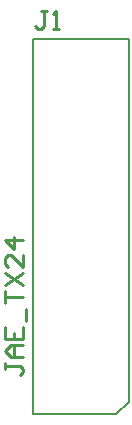
<source format=gto>
%FSLAX42Y42*%
%MOMM*%
G71*
G01*
G75*
G04 Layer_Color=65535*
%ADD10C,0.20*%
%ADD11C,0.25*%
%ADD12C,1.50*%
%ADD13C,0.50*%
%ADD14C,1.30*%
%ADD15C,2.55*%
%ADD16C,2.30*%
%ADD17C,3.00*%
%ADD18R,1.50X1.50*%
%ADD19C,1.50*%
%ADD20R,1.50X1.50*%
%ADD21C,2.54*%
%ADD22C,1.27*%
%ADD23C,0.60*%
G04:AMPARAMS|DCode=24|XSize=0.61mm|YSize=1.7mm|CornerRadius=0.3mm|HoleSize=0mm|Usage=FLASHONLY|Rotation=90.000|XOffset=0mm|YOffset=0mm|HoleType=Round|Shape=RoundedRectangle|*
%AMROUNDEDRECTD24*
21,1,0.61,1.09,0,0,90.0*
21,1,0.00,1.70,0,0,90.0*
1,1,0.61,0.55,0.00*
1,1,0.61,0.55,0.00*
1,1,0.61,-0.55,0.00*
1,1,0.61,-0.55,0.00*
%
%ADD24ROUNDEDRECTD24*%
G04:AMPARAMS|DCode=25|XSize=2.82mm|YSize=1.02mm|CornerRadius=0.51mm|HoleSize=0mm|Usage=FLASHONLY|Rotation=0.000|XOffset=0mm|YOffset=0mm|HoleType=Round|Shape=RoundedRectangle|*
%AMROUNDEDRECTD25*
21,1,2.82,0.00,0,0,0.0*
21,1,1.80,1.02,0,0,0.0*
1,1,1.02,0.90,0.00*
1,1,1.02,-0.90,0.00*
1,1,1.02,-0.90,0.00*
1,1,1.02,0.90,0.00*
%
%ADD25ROUNDEDRECTD25*%
%ADD26R,1.70X0.46*%
%ADD27R,1.70X0.40*%
%ADD28R,2.11X1.50*%
%ADD29R,1.91X2.39*%
%ADD30R,1.91X1.19*%
%ADD31R,1.70X1.20*%
G04:AMPARAMS|DCode=32|XSize=0.5mm|YSize=1mm|CornerRadius=0.25mm|HoleSize=0mm|Usage=FLASHONLY|Rotation=270.000|XOffset=0mm|YOffset=0mm|HoleType=Round|Shape=RoundedRectangle|*
%AMROUNDEDRECTD32*
21,1,0.50,0.50,0,0,270.0*
21,1,0.00,1.00,0,0,270.0*
1,1,0.50,-0.25,0.00*
1,1,0.50,-0.25,0.00*
1,1,0.50,0.25,0.00*
1,1,0.50,0.25,0.00*
%
%ADD32ROUNDEDRECTD32*%
%ADD33R,1.00X0.50*%
%ADD34R,1.22X0.71*%
%ADD35C,0.38*%
%ADD36C,0.13*%
D11*
X1997Y1007D02*
Y956D01*
Y981D01*
X2124D01*
X2150Y956D01*
Y931D01*
X2124Y905D01*
X2150Y1058D02*
X2048D01*
X1997Y1108D01*
X2048Y1159D01*
X2150D01*
X2074D01*
Y1058D01*
X1997Y1312D02*
Y1210D01*
X2150D01*
Y1312D01*
X2074Y1210D02*
Y1261D01*
X2175Y1362D02*
Y1464D01*
X1997Y1515D02*
Y1616D01*
Y1565D01*
X2150D01*
X1997Y1667D02*
X2150Y1769D01*
X1997D02*
X2150Y1667D01*
Y1921D02*
Y1819D01*
X2048Y1921D01*
X2023D01*
X1997Y1896D01*
Y1845D01*
X2023Y1819D01*
X2150Y2048D02*
X1997D01*
X2074Y1972D01*
Y2073D01*
X2354Y3986D02*
X2303D01*
X2329D01*
Y3859D01*
X2303Y3833D01*
X2278D01*
X2252Y3859D01*
X2405Y3833D02*
X2456D01*
X2430D01*
Y3986D01*
X2405Y3960D01*
D36*
X2233Y3750D02*
X2233Y575D01*
X2233Y3750D02*
X3046Y3750D01*
Y677D02*
Y3750D01*
X2944Y575D02*
X3046Y677D01*
X2233Y575D02*
X2944D01*
M02*

</source>
